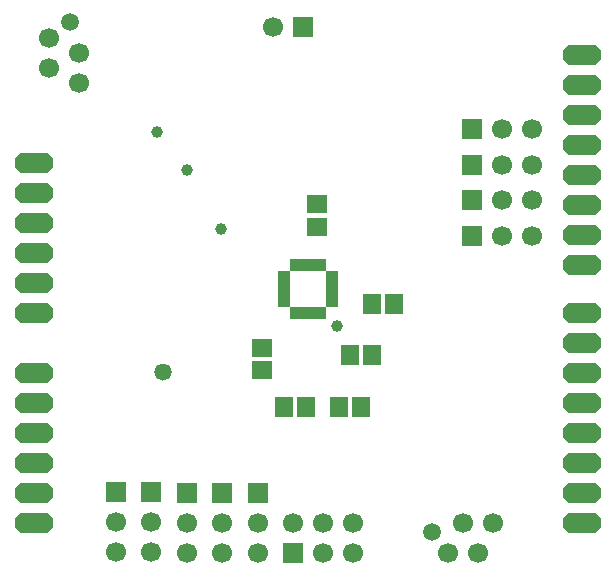
<source format=gts>
%FSAX42Y42*%
%MOMM*%
G71*
G01*
G75*
G04 Layer_Color=8388736*
%ADD10R,0.80X0.33*%
%ADD11R,0.33X0.80*%
%ADD12R,1.30X1.60*%
%ADD13R,1.60X1.30*%
%ADD14C,0.24*%
%ADD15C,0.25*%
G04:AMPARAMS|DCode=16|XSize=3mm|YSize=1.5mm|CornerRadius=0mm|HoleSize=0mm|Usage=FLASHONLY|Rotation=0.000|XOffset=0mm|YOffset=0mm|HoleType=Round|Shape=Octagon|*
%AMOCTAGOND16*
4,1,8,1.50,-0.38,1.50,0.38,1.13,0.75,-1.13,0.75,-1.50,0.38,-1.50,-0.38,-1.13,-0.75,1.13,-0.75,1.50,-0.38,0.0*
%
%ADD16OCTAGOND16*%

%ADD17C,1.50*%
%ADD18C,1.30*%
%ADD19R,1.50X1.50*%
%ADD20R,1.50X1.50*%
%ADD21C,0.80*%
%ADD22C,1.27*%
%ADD23O,0.48X1.65*%
%ADD24R,1.10X0.60*%
%ADD25C,0.10*%
%ADD26C,0.20*%
%ADD27C,0.08*%
%ADD28C,0.30*%
%ADD29R,1.10X0.63*%
%ADD30R,0.63X1.10*%
%ADD31R,1.50X1.80*%
%ADD32R,1.80X1.50*%
G04:AMPARAMS|DCode=33|XSize=3.2mm|YSize=1.7mm|CornerRadius=0mm|HoleSize=0mm|Usage=FLASHONLY|Rotation=0.000|XOffset=0mm|YOffset=0mm|HoleType=Round|Shape=Octagon|*
%AMOCTAGOND33*
4,1,8,1.60,-0.42,1.60,0.42,1.18,0.85,-1.18,0.85,-1.60,0.42,-1.60,-0.42,-1.18,-0.85,1.18,-0.85,1.60,-0.42,0.0*
%
%ADD33OCTAGOND33*%

%ADD34C,1.70*%
%ADD35R,1.70X1.70*%
%ADD36R,1.70X1.70*%
%ADD37C,1.00*%
%ADD38C,1.47*%
D17*
X006047Y002945D02*
D03*
X002985Y007260D02*
D03*
D29*
X004800Y004874D02*
D03*
Y004975D02*
D03*
Y004925D02*
D03*
Y005025D02*
D03*
Y005125D02*
D03*
Y005075D02*
D03*
X005200Y004875D02*
D03*
Y004925D02*
D03*
Y005025D02*
D03*
Y004975D02*
D03*
Y005125D02*
D03*
Y005075D02*
D03*
D30*
X004925Y004795D02*
D03*
X004875D02*
D03*
X004975Y005200D02*
D03*
X004875D02*
D03*
X004925D02*
D03*
X005075Y004795D02*
D03*
X004975D02*
D03*
X005025D02*
D03*
X005125D02*
D03*
Y005200D02*
D03*
X005025D02*
D03*
X005075D02*
D03*
D31*
X005355Y004440D02*
D03*
X005545D02*
D03*
X005730Y004872D02*
D03*
X005540D02*
D03*
X004985Y003997D02*
D03*
X004795D02*
D03*
X005260Y004000D02*
D03*
X005450D02*
D03*
D32*
X004608Y004310D02*
D03*
Y004500D02*
D03*
X005075Y005528D02*
D03*
Y005717D02*
D03*
D33*
X007323Y005457D02*
D03*
Y005711D02*
D03*
Y004797D02*
D03*
Y005203D02*
D03*
Y006727D02*
D03*
Y006981D02*
D03*
Y005965D02*
D03*
Y006219D02*
D03*
Y003527D02*
D03*
Y003019D02*
D03*
Y003273D02*
D03*
Y004289D02*
D03*
Y004543D02*
D03*
Y003781D02*
D03*
Y004035D02*
D03*
Y006473D02*
D03*
X002677Y005813D02*
D03*
Y006067D02*
D03*
Y005305D02*
D03*
Y005559D02*
D03*
Y004797D02*
D03*
X002680Y005051D02*
D03*
X002677Y004035D02*
D03*
Y004289D02*
D03*
Y003781D02*
D03*
Y003527D02*
D03*
Y003019D02*
D03*
Y003273D02*
D03*
D34*
X006568Y003019D02*
D03*
X006315D02*
D03*
X006442Y002765D02*
D03*
X006188D02*
D03*
X005381Y003019D02*
D03*
Y002765D02*
D03*
X005127Y003019D02*
D03*
Y002765D02*
D03*
X004873Y003019D02*
D03*
X003373Y003024D02*
D03*
Y002770D02*
D03*
X006646Y005450D02*
D03*
X006900D02*
D03*
X006646Y005750D02*
D03*
X006900D02*
D03*
X003973Y003019D02*
D03*
Y002765D02*
D03*
X006646Y006050D02*
D03*
X006900D02*
D03*
X004273Y003019D02*
D03*
Y002765D02*
D03*
X003673Y003024D02*
D03*
Y002770D02*
D03*
X002805Y007120D02*
D03*
X003059Y006993D02*
D03*
X002805Y006866D02*
D03*
X003059Y006739D02*
D03*
X006646Y006350D02*
D03*
X006900D02*
D03*
X004573Y003017D02*
D03*
Y002762D02*
D03*
X004703Y007220D02*
D03*
D35*
X004873Y002765D02*
D03*
X006392Y005450D02*
D03*
Y005750D02*
D03*
Y006050D02*
D03*
X004956Y007220D02*
D03*
D36*
X003373Y003278D02*
D03*
X003973Y003273D02*
D03*
X004273D02*
D03*
X003673Y003278D02*
D03*
X006392Y006350D02*
D03*
X004573Y003271D02*
D03*
D37*
X003720Y006325D02*
D03*
X003978Y006005D02*
D03*
X004262Y005505D02*
D03*
X005250Y004683D02*
D03*
D38*
X003772Y004300D02*
D03*
M02*

</source>
